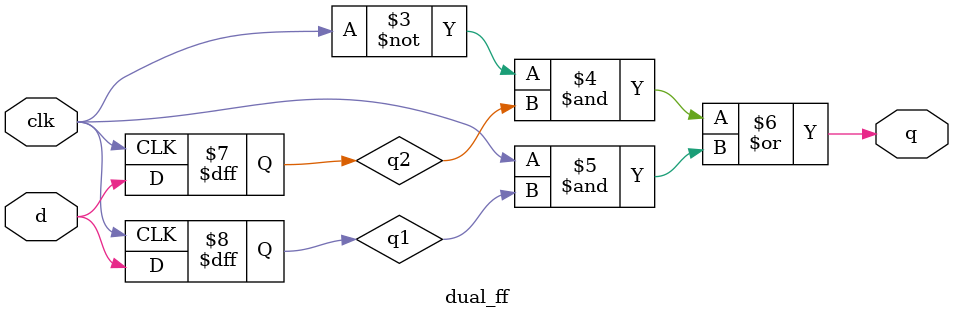
<source format=v>
module dual_ff(
    input clk,
    input d,
    output q
);
reg q1,q2;
    
    always @ (posedge clk) 
	begin
    	q1 <= d; 
    end
    
    always @ (negedge clk)
	begin
    	q2 <= d; 
    end
    
    assign q = ((~clk)&q2)| (clk&q1); 
endmodule

</source>
